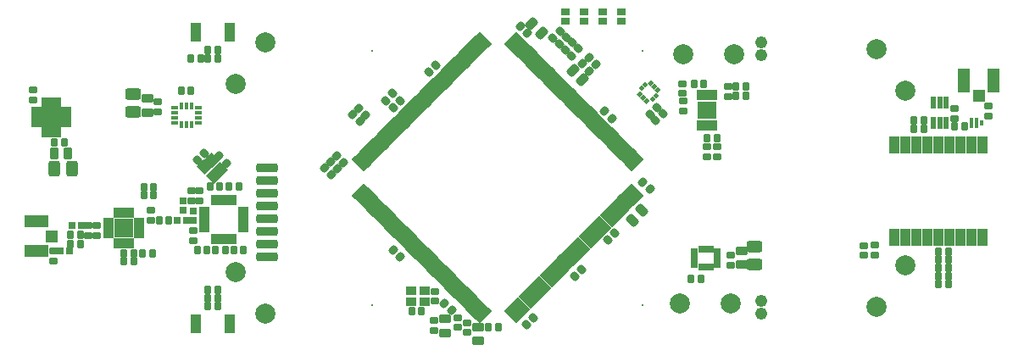
<source format=gts>
G04*
G04 #@! TF.GenerationSoftware,Altium Limited,Altium Designer,25.7.1 (20)*
G04*
G04 Layer_Color=8388736*
%FSLAX44Y44*%
%MOMM*%
G71*
G04*
G04 #@! TF.SameCoordinates,0BC58763-356E-4A0F-A031-124E3283D0B1*
G04*
G04*
G04 #@! TF.FilePolarity,Negative*
G04*
G01*
G75*
G04:AMPARAMS|DCode=59|XSize=0.7532mm|YSize=0.8532mm|CornerRadius=0.1566mm|HoleSize=0mm|Usage=FLASHONLY|Rotation=270.000|XOffset=0mm|YOffset=0mm|HoleType=Round|Shape=RoundedRectangle|*
%AMROUNDEDRECTD59*
21,1,0.7532,0.5400,0,0,270.0*
21,1,0.4400,0.8532,0,0,270.0*
1,1,0.3132,-0.2700,-0.2200*
1,1,0.3132,-0.2700,0.2200*
1,1,0.3132,0.2700,0.2200*
1,1,0.3132,0.2700,-0.2200*
%
%ADD59ROUNDEDRECTD59*%
%ADD60R,0.6032X1.2032*%
G04:AMPARAMS|DCode=61|XSize=0.7532mm|YSize=0.8532mm|CornerRadius=0.1566mm|HoleSize=0mm|Usage=FLASHONLY|Rotation=0.000|XOffset=0mm|YOffset=0mm|HoleType=Round|Shape=RoundedRectangle|*
%AMROUNDEDRECTD61*
21,1,0.7532,0.5400,0,0,0.0*
21,1,0.4400,0.8532,0,0,0.0*
1,1,0.3132,0.2200,-0.2700*
1,1,0.3132,-0.2200,-0.2700*
1,1,0.3132,-0.2200,0.2700*
1,1,0.3132,0.2200,0.2700*
%
%ADD61ROUNDEDRECTD61*%
%ADD62R,0.5032X1.0032*%
%ADD63R,1.1032X1.8032*%
G04:AMPARAMS|DCode=64|XSize=0.4782mm|YSize=0.4532mm|CornerRadius=0mm|HoleSize=0mm|Usage=FLASHONLY|Rotation=315.000|XOffset=0mm|YOffset=0mm|HoleType=Round|Shape=Rectangle|*
%AMROTATEDRECTD64*
4,1,4,-0.3293,0.0088,-0.0088,0.3293,0.3293,-0.0088,0.0088,-0.3293,-0.3293,0.0088,0.0*
%
%ADD64ROTATEDRECTD64*%

G04:AMPARAMS|DCode=65|XSize=0.7532mm|YSize=0.8532mm|CornerRadius=0.1566mm|HoleSize=0mm|Usage=FLASHONLY|Rotation=45.000|XOffset=0mm|YOffset=0mm|HoleType=Round|Shape=RoundedRectangle|*
%AMROUNDEDRECTD65*
21,1,0.7532,0.5400,0,0,45.0*
21,1,0.4400,0.8532,0,0,45.0*
1,1,0.3132,0.3465,-0.0354*
1,1,0.3132,0.0354,-0.3465*
1,1,0.3132,-0.3465,0.0354*
1,1,0.3132,-0.0354,0.3465*
%
%ADD65ROUNDEDRECTD65*%
G04:AMPARAMS|DCode=66|XSize=0.4782mm|YSize=0.4532mm|CornerRadius=0mm|HoleSize=0mm|Usage=FLASHONLY|Rotation=225.000|XOffset=0mm|YOffset=0mm|HoleType=Round|Shape=Rectangle|*
%AMROTATEDRECTD66*
4,1,4,0.0088,0.3293,0.3293,0.0088,-0.0088,-0.3293,-0.3293,-0.0088,0.0088,0.3293,0.0*
%
%ADD66ROTATEDRECTD66*%

G04:AMPARAMS|DCode=67|XSize=0.7532mm|YSize=0.8532mm|CornerRadius=0.1566mm|HoleSize=0mm|Usage=FLASHONLY|Rotation=135.000|XOffset=0mm|YOffset=0mm|HoleType=Round|Shape=RoundedRectangle|*
%AMROUNDEDRECTD67*
21,1,0.7532,0.5400,0,0,135.0*
21,1,0.4400,0.8532,0,0,135.0*
1,1,0.3132,0.0354,0.3465*
1,1,0.3132,0.3465,0.0354*
1,1,0.3132,-0.0354,-0.3465*
1,1,0.3132,-0.3465,-0.0354*
%
%ADD67ROUNDEDRECTD67*%
G04:AMPARAMS|DCode=68|XSize=1.6782mm|YSize=0.5032mm|CornerRadius=0mm|HoleSize=0mm|Usage=FLASHONLY|Rotation=45.000|XOffset=0mm|YOffset=0mm|HoleType=Round|Shape=Rectangle|*
%AMROTATEDRECTD68*
4,1,4,-0.4154,-0.7712,-0.7712,-0.4154,0.4154,0.7712,0.7712,0.4154,-0.4154,-0.7712,0.0*
%
%ADD68ROTATEDRECTD68*%

G04:AMPARAMS|DCode=69|XSize=1.6782mm|YSize=0.5032mm|CornerRadius=0mm|HoleSize=0mm|Usage=FLASHONLY|Rotation=135.000|XOffset=0mm|YOffset=0mm|HoleType=Round|Shape=Rectangle|*
%AMROTATEDRECTD69*
4,1,4,0.7712,-0.4154,0.4154,-0.7712,-0.7712,0.4154,-0.4154,0.7712,0.7712,-0.4154,0.0*
%
%ADD69ROTATEDRECTD69*%

G04:AMPARAMS|DCode=70|XSize=1.1032mm|YSize=1.6032mm|CornerRadius=0.1916mm|HoleSize=0mm|Usage=FLASHONLY|Rotation=270.000|XOffset=0mm|YOffset=0mm|HoleType=Round|Shape=RoundedRectangle|*
%AMROUNDEDRECTD70*
21,1,1.1032,1.2200,0,0,270.0*
21,1,0.7200,1.6032,0,0,270.0*
1,1,0.3832,-0.6100,-0.3600*
1,1,0.3832,-0.6100,0.3600*
1,1,0.3832,0.6100,0.3600*
1,1,0.3832,0.6100,-0.3600*
%
%ADD70ROUNDEDRECTD70*%
G04:AMPARAMS|DCode=71|XSize=0.9032mm|YSize=1.2032mm|CornerRadius=0.1716mm|HoleSize=0mm|Usage=FLASHONLY|Rotation=270.000|XOffset=0mm|YOffset=0mm|HoleType=Round|Shape=RoundedRectangle|*
%AMROUNDEDRECTD71*
21,1,0.9032,0.8600,0,0,270.0*
21,1,0.5600,1.2032,0,0,270.0*
1,1,0.3432,-0.4300,-0.2800*
1,1,0.3432,-0.4300,0.2800*
1,1,0.3432,0.4300,0.2800*
1,1,0.3432,0.4300,-0.2800*
%
%ADD71ROUNDEDRECTD71*%
%ADD72R,0.5032X0.8032*%
%ADD73R,0.8032X0.5032*%
%ADD74R,0.4532X0.6782*%
%ADD75R,0.6782X0.4532*%
G04:AMPARAMS|DCode=76|XSize=0.9032mm|YSize=1.2032mm|CornerRadius=0.1716mm|HoleSize=0mm|Usage=FLASHONLY|Rotation=180.000|XOffset=0mm|YOffset=0mm|HoleType=Round|Shape=RoundedRectangle|*
%AMROUNDEDRECTD76*
21,1,0.9032,0.8600,0,0,180.0*
21,1,0.5600,1.2032,0,0,180.0*
1,1,0.3432,-0.2800,0.4300*
1,1,0.3432,0.2800,0.4300*
1,1,0.3432,0.2800,-0.4300*
1,1,0.3432,-0.2800,-0.4300*
%
%ADD76ROUNDEDRECTD76*%
G04:AMPARAMS|DCode=77|XSize=1.1032mm|YSize=1.6032mm|CornerRadius=0.1916mm|HoleSize=0mm|Usage=FLASHONLY|Rotation=180.000|XOffset=0mm|YOffset=0mm|HoleType=Round|Shape=RoundedRectangle|*
%AMROUNDEDRECTD77*
21,1,1.1032,1.2200,0,0,180.0*
21,1,0.7200,1.6032,0,0,180.0*
1,1,0.3832,-0.3600,0.6100*
1,1,0.3832,0.3600,0.6100*
1,1,0.3832,0.3600,-0.6100*
1,1,0.3832,-0.3600,-0.6100*
%
%ADD77ROUNDEDRECTD77*%
G04:AMPARAMS|DCode=78|XSize=0.9032mm|YSize=2.2032mm|CornerRadius=0.2766mm|HoleSize=0mm|Usage=FLASHONLY|Rotation=90.000|XOffset=0mm|YOffset=0mm|HoleType=Round|Shape=RoundedRectangle|*
%AMROUNDEDRECTD78*
21,1,0.9032,1.6500,0,0,90.0*
21,1,0.3500,2.2032,0,0,90.0*
1,1,0.5532,0.8250,0.1750*
1,1,0.5532,0.8250,-0.1750*
1,1,0.5532,-0.8250,-0.1750*
1,1,0.5532,-0.8250,0.1750*
%
%ADD78ROUNDEDRECTD78*%
%ADD79R,0.5032X1.0532*%
%ADD80R,1.0532X0.5032*%
%ADD81R,2.4032X1.2532*%
%ADD82R,1.0032X0.5032*%
%ADD83R,2.0032X2.0032*%
%ADD84R,1.9532X1.9532*%
%ADD85R,1.0032X1.9032*%
G04:AMPARAMS|DCode=86|XSize=1.0782mm|YSize=0.9782mm|CornerRadius=0mm|HoleSize=0mm|Usage=FLASHONLY|Rotation=135.000|XOffset=0mm|YOffset=0mm|HoleType=Round|Shape=Rectangle|*
%AMROTATEDRECTD86*
4,1,4,0.7271,-0.0354,0.0354,-0.7271,-0.7271,0.0354,-0.0354,0.7271,0.7271,-0.0354,0.0*
%
%ADD86ROTATEDRECTD86*%

G04:AMPARAMS|DCode=87|XSize=0.9032mm|YSize=1.2032mm|CornerRadius=0.1716mm|HoleSize=0mm|Usage=FLASHONLY|Rotation=45.000|XOffset=0mm|YOffset=0mm|HoleType=Round|Shape=RoundedRectangle|*
%AMROUNDEDRECTD87*
21,1,0.9032,0.8600,0,0,45.0*
21,1,0.5600,1.2032,0,0,45.0*
1,1,0.3432,0.5021,-0.1061*
1,1,0.3432,0.1061,-0.5021*
1,1,0.3432,-0.5021,0.1061*
1,1,0.3432,-0.1061,0.5021*
%
%ADD87ROUNDEDRECTD87*%
G04:AMPARAMS|DCode=88|XSize=0.9032mm|YSize=1.2032mm|CornerRadius=0.1716mm|HoleSize=0mm|Usage=FLASHONLY|Rotation=135.000|XOffset=0mm|YOffset=0mm|HoleType=Round|Shape=RoundedRectangle|*
%AMROUNDEDRECTD88*
21,1,0.9032,0.8600,0,0,135.0*
21,1,0.5600,1.2032,0,0,135.0*
1,1,0.3432,0.1061,0.5021*
1,1,0.3432,0.5021,0.1061*
1,1,0.3432,-0.1061,-0.5021*
1,1,0.3432,-0.5021,-0.1061*
%
%ADD88ROUNDEDRECTD88*%
%ADD89R,0.9032X0.8032*%
%ADD90R,1.9532X1.7532*%
%ADD91R,0.4532X0.5282*%
%ADD92R,1.2532X2.4032*%
%ADD93R,1.2032X1.2532*%
%ADD94R,1.0532X0.9532*%
%ADD95R,0.7032X0.7032*%
%ADD96R,0.7032X0.7032*%
%ADD97R,1.2532X1.2032*%
%ADD98C,2.0032*%
%ADD99C,1.2252*%
%ADD100C,0.2032*%
D59*
X134257Y75934D02*
D03*
X134256Y65929D02*
D03*
X658551Y77028D02*
D03*
X658301Y94278D02*
D03*
X706526Y-86992D02*
D03*
X9801Y87778D02*
D03*
X409871Y-152413D02*
D03*
X169758Y-52547D02*
D03*
X9800Y77774D02*
D03*
X29800Y-82976D02*
D03*
X64800Y-57476D02*
D03*
X73050Y-57476D02*
D03*
X126950Y-32024D02*
D03*
X169757Y-62551D02*
D03*
X167841Y-12774D02*
D03*
X175591Y-12774D02*
D03*
X443050Y-154476D02*
D03*
X433522Y-149431D02*
D03*
X410927Y-123215D02*
D03*
X706527Y-76987D02*
D03*
X839450Y-67524D02*
D03*
X850000Y-67250D02*
D03*
X930070Y69120D02*
D03*
X963949Y61972D02*
D03*
X963950Y71976D02*
D03*
X930069Y59116D02*
D03*
X849999Y-77254D02*
D03*
X839449Y-77528D02*
D03*
X703251Y91504D02*
D03*
X703250Y81500D02*
D03*
X658300Y84274D02*
D03*
X658550Y67024D02*
D03*
X682450Y31476D02*
D03*
X682449Y21472D02*
D03*
X692700Y31476D02*
D03*
X692699Y21472D02*
D03*
X410925Y-113210D02*
D03*
X433523Y-139426D02*
D03*
X409872Y-142408D02*
D03*
X443051Y-144472D02*
D03*
X175590Y-22778D02*
D03*
X167840Y-22778D02*
D03*
X126949Y-42028D02*
D03*
X73051Y-47472D02*
D03*
X64801Y-47472D02*
D03*
X29801Y-72972D02*
D03*
D60*
X921500Y75000D02*
D03*
X908500Y55000D02*
D03*
Y75000D02*
D03*
X915000D02*
D03*
X921500Y55000D02*
D03*
X915000D02*
D03*
D61*
X679457Y93891D02*
D03*
X899208Y57299D02*
D03*
X899208Y49299D02*
D03*
X913972Y-89949D02*
D03*
X913811Y-106033D02*
D03*
Y-98033D02*
D03*
X676425Y-101201D02*
D03*
X166972Y119301D02*
D03*
X167178Y87277D02*
D03*
X30398Y35321D02*
D03*
X205204Y-8828D02*
D03*
X201353Y-72095D02*
D03*
X473808Y-148722D02*
D03*
X118406Y-75126D02*
D03*
X193778Y-111551D02*
D03*
X110278Y-75051D02*
D03*
X110211Y-83374D02*
D03*
X923815Y-98034D02*
D03*
X215208Y-8829D02*
D03*
X40402Y35320D02*
D03*
X56974Y-56551D02*
D03*
X56724Y-65801D02*
D03*
X100207Y-83373D02*
D03*
X128411Y-75127D02*
D03*
X193778Y-128250D02*
D03*
X193726Y-119950D02*
D03*
X183226Y-72450D02*
D03*
X191348Y-72094D02*
D03*
X219726Y-72200D02*
D03*
X157174Y87278D02*
D03*
X193778Y127750D02*
D03*
X193726Y119300D02*
D03*
X397505Y-132703D02*
D03*
X666421Y-101200D02*
D03*
X669452Y93893D02*
D03*
X923815Y-106034D02*
D03*
X913792Y-81699D02*
D03*
Y-73699D02*
D03*
X889203Y49300D02*
D03*
Y57300D02*
D03*
X100274Y-75050D02*
D03*
X940028Y51949D02*
D03*
X930024Y51950D02*
D03*
X923797Y-73700D02*
D03*
Y-81700D02*
D03*
X923976Y-89950D02*
D03*
X711274Y91700D02*
D03*
X721278Y91699D02*
D03*
X711024Y81950D02*
D03*
X721028Y81949D02*
D03*
X682524Y39950D02*
D03*
X692528Y39949D02*
D03*
X387501Y-132704D02*
D03*
X463804Y-148721D02*
D03*
X183722Y119301D02*
D03*
X183774Y127750D02*
D03*
X176976Y119300D02*
D03*
X209722Y-72199D02*
D03*
X185945Y-8721D02*
D03*
X195949Y-8722D02*
D03*
X173222Y-72449D02*
D03*
X183774Y-111550D02*
D03*
X183722Y-119949D02*
D03*
X183774Y-128250D02*
D03*
X129908Y-16888D02*
D03*
X119904Y-16887D02*
D03*
Y-9266D02*
D03*
X129908Y-9268D02*
D03*
X135274Y-42300D02*
D03*
X145278Y-42301D02*
D03*
X46720Y-65800D02*
D03*
X46970Y-56550D02*
D03*
D62*
X680000Y82500D02*
D03*
X20074Y75608D02*
D03*
X30074Y45608D02*
D03*
X107500Y-65000D02*
D03*
X35074Y45608D02*
D03*
X25074D02*
D03*
X20074Y45608D02*
D03*
X97500Y-35000D02*
D03*
X92500D02*
D03*
X102500Y-65000D02*
D03*
X680000Y52500D02*
D03*
X690000Y82500D02*
D03*
X685000Y82500D02*
D03*
X675000Y82500D02*
D03*
Y52500D02*
D03*
X685000Y52500D02*
D03*
X690000Y52500D02*
D03*
X97500Y-65000D02*
D03*
X92500Y-65000D02*
D03*
X102500Y-35000D02*
D03*
X107500Y-35000D02*
D03*
X35074Y75608D02*
D03*
X30074Y75608D02*
D03*
X25074D02*
D03*
D63*
X913538Y33000D02*
D03*
X957538D02*
D03*
X935538D02*
D03*
X869538Y-59000D02*
D03*
X880538D02*
D03*
X891538D02*
D03*
X902538D02*
D03*
X913538D02*
D03*
X924538D02*
D03*
X935538D02*
D03*
X946538D02*
D03*
X957538D02*
D03*
X946538Y33000D02*
D03*
X924538D02*
D03*
X902538D02*
D03*
X891538D02*
D03*
X880538D02*
D03*
X869538D02*
D03*
D64*
X628128Y78587D02*
D03*
X620872Y92913D02*
D03*
X617337Y89377D02*
D03*
X631663Y82122D02*
D03*
D65*
X632560Y70094D02*
D03*
X638298Y64560D02*
D03*
X590594Y-54966D02*
D03*
X557515Y-91356D02*
D03*
X509124Y-139587D02*
D03*
X404435Y105550D02*
D03*
X361479Y77225D02*
D03*
X368825Y70218D02*
D03*
X375900Y77291D02*
D03*
X411509Y112624D02*
D03*
X180733Y24804D02*
D03*
X502049Y-146661D02*
D03*
X550440Y-98429D02*
D03*
X583520Y-62040D02*
D03*
X631223Y57487D02*
D03*
X625485Y63021D02*
D03*
X528786Y139223D02*
D03*
X535861Y146296D02*
D03*
X534921Y133484D02*
D03*
X541996Y140557D02*
D03*
X541041Y128116D02*
D03*
X548116Y135189D02*
D03*
X546839Y122157D02*
D03*
X553913Y129230D02*
D03*
X173658Y17731D02*
D03*
X368554Y84299D02*
D03*
D66*
X622647Y76826D02*
D03*
X626353Y94674D02*
D03*
X615576Y83897D02*
D03*
X619112Y80362D02*
D03*
X633424Y87603D02*
D03*
X629888Y91138D02*
D03*
D67*
X571554Y113267D02*
D03*
X580342Y66591D02*
D03*
X618481Y-4408D02*
D03*
X495908Y151385D02*
D03*
X334596Y69479D02*
D03*
X319339Y14867D02*
D03*
X306356Y16087D02*
D03*
X376088Y-78929D02*
D03*
X420180Y-125402D02*
D03*
X369015Y-71855D02*
D03*
X300446Y10233D02*
D03*
X312265Y21941D02*
D03*
X328849Y63831D02*
D03*
X195027Y21815D02*
D03*
X427253Y-132477D02*
D03*
X625554Y-11483D02*
D03*
X587415Y59517D02*
D03*
X564804Y107017D02*
D03*
X502981Y144310D02*
D03*
X564481Y120342D02*
D03*
X557731Y114092D02*
D03*
X202101Y14740D02*
D03*
X341670Y62404D02*
D03*
X335922Y56756D02*
D03*
X307519Y3158D02*
D03*
X313429Y9013D02*
D03*
D68*
X572472Y53448D02*
D03*
X487619Y138301D02*
D03*
X353439Y-31235D02*
D03*
X392330Y-70126D02*
D03*
X438292Y-116088D02*
D03*
X576008Y49913D02*
D03*
X491155Y134765D02*
D03*
X537117Y88804D02*
D03*
X388794Y-66590D02*
D03*
X441827Y-119623D02*
D03*
X494690Y131230D02*
D03*
X498226Y127694D02*
D03*
X501762Y124159D02*
D03*
X505297Y120623D02*
D03*
X508833Y117088D02*
D03*
X512368Y113552D02*
D03*
X515904Y110017D02*
D03*
X519439Y106481D02*
D03*
X522975Y102946D02*
D03*
X526510Y99410D02*
D03*
X530046Y95875D02*
D03*
X533581Y92339D02*
D03*
X540652Y85268D02*
D03*
X544188Y81732D02*
D03*
X547723Y78197D02*
D03*
X551259Y74661D02*
D03*
X554794Y71126D02*
D03*
X558330Y67590D02*
D03*
X561866Y64055D02*
D03*
X565401Y60519D02*
D03*
X568937Y56984D02*
D03*
X579543Y46377D02*
D03*
X583079Y42842D02*
D03*
X586614Y39306D02*
D03*
X590150Y35770D02*
D03*
X593685Y32235D02*
D03*
X597221Y28699D02*
D03*
X600756Y25164D02*
D03*
X604292Y21628D02*
D03*
X607827Y18093D02*
D03*
X611363Y14557D02*
D03*
X459505Y-137301D02*
D03*
X455969Y-133765D02*
D03*
X452434Y-130230D02*
D03*
X448898Y-126694D02*
D03*
X445363Y-123159D02*
D03*
X434756Y-112552D02*
D03*
X431221Y-109017D02*
D03*
X427685Y-105481D02*
D03*
X424149Y-101946D02*
D03*
X420614Y-98410D02*
D03*
X417078Y-94875D02*
D03*
X413543Y-91339D02*
D03*
X410007Y-87803D02*
D03*
X406472Y-84268D02*
D03*
X402936Y-80732D02*
D03*
X399401Y-77197D02*
D03*
X395865Y-73661D02*
D03*
X385258Y-63055D02*
D03*
X381723Y-59519D02*
D03*
X378187Y-55984D02*
D03*
X374652Y-52448D02*
D03*
X371116Y-48913D02*
D03*
X367581Y-45377D02*
D03*
X364045Y-41842D02*
D03*
X360510Y-38306D02*
D03*
X356974Y-34771D02*
D03*
X349903Y-27699D02*
D03*
X346368Y-24164D02*
D03*
X342832Y-20628D02*
D03*
X339297Y-17093D02*
D03*
X335761Y-13557D02*
D03*
D69*
X611363D02*
D03*
X576008Y-48913D02*
D03*
X540652Y-84268D02*
D03*
X417078Y95875D02*
D03*
X381723Y60519D02*
D03*
X335761Y14557D02*
D03*
X494690Y-130230D02*
D03*
X572472Y-52448D02*
D03*
X420614Y99410D02*
D03*
X385258Y64055D02*
D03*
X537117Y-87803D02*
D03*
X491155Y-133765D02*
D03*
X339297Y18093D02*
D03*
X342832Y21628D02*
D03*
X346368Y25164D02*
D03*
X349903Y28699D02*
D03*
X353439Y32235D02*
D03*
X356974Y35770D02*
D03*
X360510Y39306D02*
D03*
X364045Y42842D02*
D03*
X367581Y46377D02*
D03*
X371116Y49913D02*
D03*
X374652Y53448D02*
D03*
X378187Y56984D02*
D03*
X388794Y67590D02*
D03*
X392330Y71126D02*
D03*
X395865Y74661D02*
D03*
X399401Y78197D02*
D03*
X402936Y81732D02*
D03*
X406472Y85268D02*
D03*
X410007Y88804D02*
D03*
X413543Y92339D02*
D03*
X424149Y102946D02*
D03*
X427685Y106481D02*
D03*
X431221Y110017D02*
D03*
X434756Y113552D02*
D03*
X438292Y117088D02*
D03*
X441827Y120623D02*
D03*
X445363Y124159D02*
D03*
X448898Y127694D02*
D03*
X452434Y131230D02*
D03*
X455969Y134765D02*
D03*
X459505Y138301D02*
D03*
X607827Y-17093D02*
D03*
X604292Y-20628D02*
D03*
X600756Y-24164D02*
D03*
X597221Y-27699D02*
D03*
X593685Y-31235D02*
D03*
X590150Y-34771D02*
D03*
X586614Y-38306D02*
D03*
X583079Y-41842D02*
D03*
X579543Y-45377D02*
D03*
X568937Y-55984D02*
D03*
X565401Y-59519D02*
D03*
X561866Y-63055D02*
D03*
X558330Y-66590D02*
D03*
X554794Y-70126D02*
D03*
X544188Y-80732D02*
D03*
X533581Y-91339D02*
D03*
X530046Y-94875D02*
D03*
X526510Y-98410D02*
D03*
X522975Y-101946D02*
D03*
X519439Y-105481D02*
D03*
X515904Y-109017D02*
D03*
X512368Y-112552D02*
D03*
X508833Y-116088D02*
D03*
X501762Y-123159D02*
D03*
X498226Y-126694D02*
D03*
X487619Y-137301D02*
D03*
X505297Y-119623D02*
D03*
X551259Y-73661D02*
D03*
X547723Y-77197D02*
D03*
D70*
X730321Y-86283D02*
D03*
X109714Y65930D02*
D03*
X109714Y83930D02*
D03*
X730321Y-68283D02*
D03*
D71*
X716962Y-86818D02*
D03*
X123714Y65430D02*
D03*
X123714Y79430D02*
D03*
X454250Y-162750D02*
D03*
X421000Y-155000D02*
D03*
X716962Y-72818D02*
D03*
X421000Y-141000D02*
D03*
X454250Y-148750D02*
D03*
D72*
X676492Y-89188D02*
D03*
X681492D02*
D03*
X686492D02*
D03*
X676492Y-71188D02*
D03*
X681492D02*
D03*
X686492D02*
D03*
D73*
X692992Y-87688D02*
D03*
Y-72688D02*
D03*
Y-77688D02*
D03*
X669992D02*
D03*
Y-82688D02*
D03*
X692992D02*
D03*
X669992Y-87688D02*
D03*
Y-72688D02*
D03*
D74*
X167500Y71620D02*
D03*
X162500D02*
D03*
X157500D02*
D03*
Y53380D02*
D03*
X162500D02*
D03*
X167500D02*
D03*
D75*
X150870Y70000D02*
D03*
X174130Y55000D02*
D03*
Y60000D02*
D03*
Y65000D02*
D03*
Y70000D02*
D03*
X150870Y65000D02*
D03*
Y60000D02*
D03*
Y55000D02*
D03*
D76*
X30500Y24500D02*
D03*
X44500D02*
D03*
D77*
X30467Y9436D02*
D03*
X48467Y9436D02*
D03*
D78*
X242750Y-78600D02*
D03*
Y-65900D02*
D03*
Y-2400D02*
D03*
Y-53200D02*
D03*
Y-40500D02*
D03*
Y-27800D02*
D03*
Y-15100D02*
D03*
Y10300D02*
D03*
D79*
X204750Y-22250D02*
D03*
X199750Y-61250D02*
D03*
X209750D02*
D03*
X194750D02*
D03*
X199750Y-22250D02*
D03*
X209750D02*
D03*
X194750D02*
D03*
X189750D02*
D03*
Y-61250D02*
D03*
X204750D02*
D03*
D80*
X180250Y-51750D02*
D03*
Y-46750D02*
D03*
X219250Y-51750D02*
D03*
Y-46750D02*
D03*
Y-41750D02*
D03*
Y-36750D02*
D03*
Y-31750D02*
D03*
X180250D02*
D03*
Y-36750D02*
D03*
Y-41750D02*
D03*
D81*
X12750Y-73000D02*
D03*
Y-43500D02*
D03*
D82*
X42574Y68108D02*
D03*
X12574D02*
D03*
X12574Y63108D02*
D03*
Y58108D02*
D03*
X12574Y53108D02*
D03*
X115000Y-47500D02*
D03*
Y-52500D02*
D03*
X85000Y-42500D02*
D03*
X85000Y-52500D02*
D03*
X115000Y-57500D02*
D03*
X85000D02*
D03*
X115000Y-42500D02*
D03*
X85000Y-47500D02*
D03*
X42574Y53108D02*
D03*
Y58108D02*
D03*
Y63108D02*
D03*
D83*
X27574Y60608D02*
D03*
D84*
X100000Y-50000D02*
D03*
D85*
X205750Y-145500D02*
D03*
Y145500D02*
D03*
X171750D02*
D03*
Y-145500D02*
D03*
D86*
X187621Y17441D02*
D03*
X189743Y1545D02*
D03*
X180734Y10553D02*
D03*
X196630Y8432D02*
D03*
D87*
X607800Y-42450D02*
D03*
X617700Y-32550D02*
D03*
D88*
X558200Y97800D02*
D03*
X507550Y154200D02*
D03*
X517450Y144300D02*
D03*
X548300Y107700D02*
D03*
D89*
X596750Y165750D02*
D03*
X578083D02*
D03*
X559417D02*
D03*
X540750D02*
D03*
Y156250D02*
D03*
X559417D02*
D03*
X578083D02*
D03*
X596750D02*
D03*
D90*
X682500Y67500D02*
D03*
D91*
X952000Y52120D02*
D03*
X947000Y57880D02*
D03*
X952000D02*
D03*
X957000Y55000D02*
D03*
X947000Y52120D02*
D03*
D92*
X939250Y97000D02*
D03*
X968750D02*
D03*
D93*
X954000Y81750D02*
D03*
D94*
X387126Y-112998D02*
D03*
X400626D02*
D03*
Y-123498D02*
D03*
X387126D02*
D03*
D95*
X169250Y-33000D02*
D03*
Y-42000D02*
D03*
X159500Y-23000D02*
D03*
Y-32000D02*
D03*
D96*
X153500Y-42000D02*
D03*
X162500D02*
D03*
X36750Y-72750D02*
D03*
X45750D02*
D03*
X48500Y-47500D02*
D03*
X57500D02*
D03*
D97*
X28000Y-58250D02*
D03*
D98*
X241296Y-135553D02*
D03*
X212158Y-93940D02*
D03*
Y93786D02*
D03*
X241296Y135399D02*
D03*
X706025Y-125631D02*
D03*
X655225D02*
D03*
X851772Y128953D02*
D03*
X880910Y87340D02*
D03*
X880912Y-87204D02*
D03*
X851774Y-128817D02*
D03*
X709582Y123842D02*
D03*
X658782D02*
D03*
D99*
X736750Y123000D02*
D03*
Y135700D02*
D03*
X736778Y-135528D02*
D03*
Y-122828D02*
D03*
D100*
X618522Y-127318D02*
D03*
Y127322D02*
D03*
X348312D02*
D03*
Y-127318D02*
D03*
M02*

</source>
